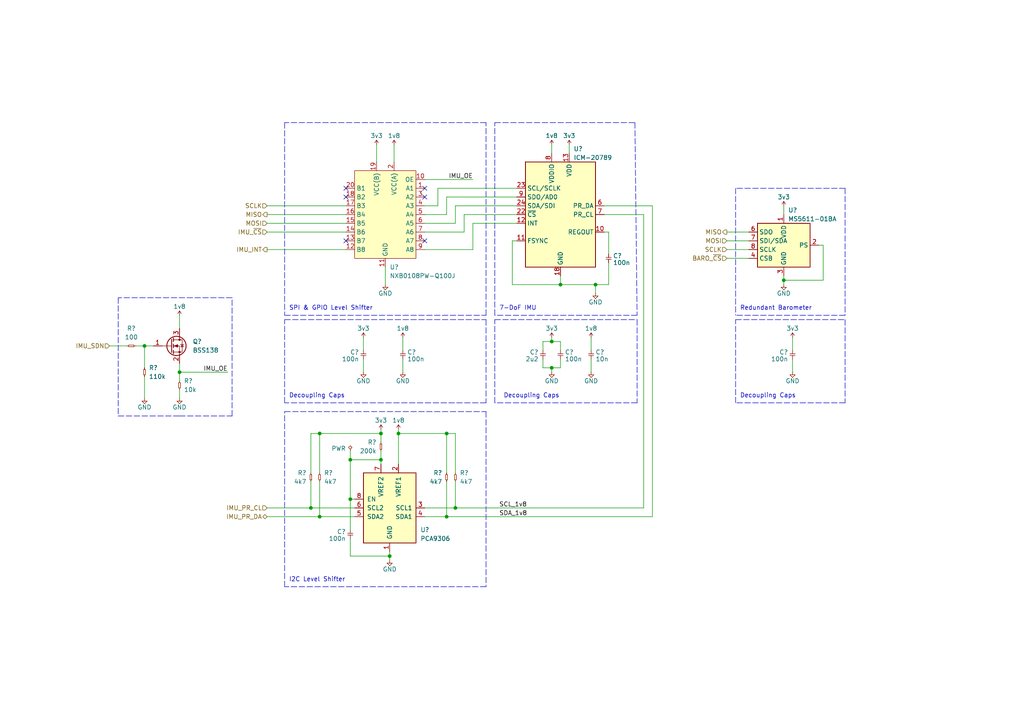
<source format=kicad_sch>
(kicad_sch (version 20211123) (generator eeschema)
  (paper "A4")
  (title_block (title "Lychee Flight Computer") (date "2021-12-31") (rev "1") (company "Cambridge University Spaceflight") (comment 1 "Drawn By H. Franks"))
  (lib_symbols
    (symbol "Strix:1v8" (power) (pin_numbers hide) (pin_names (offset 1.016) hide)
      (property "Value" "1v8" (at 0 2.286 0))
      (symbol "1v8_0_1"
        (polyline (pts (xy 0 1.27) (xy 0.508 0.508)))
        (polyline (pts (xy 0 0) (xy 0 1.27) (xy -0.508 0.508)))
      )
      (symbol "1v8_1_1"
        (pin power_in line (at 0 0 180) (length 0) hide (name "1v8") (number "1"))
      )
    )
    (symbol "Strix:3v3" (power) (pin_numbers hide) (pin_names (offset 1.016) hide)
      (property "Value" "3v3" (at 0 2.286 0))
      (symbol "3v3_0_1"
        (polyline (pts (xy 0 1.27) (xy 0.508 0.508)))
        (polyline (pts (xy 0 0) (xy 0 1.27) (xy -0.508 0.508)))
      )
      (symbol "3v3_1_1"
        (pin power_in line (at 0 0 180) (length 0) hide (name "3v3") (number "1"))
      )
    )
    (symbol "Strix:BSS138" (pin_names hide)
      (property "Reference" "Q" (at 5.08 1.905 0))
      (property "Value" "BSS138" (at 5.08 0 0))
      (symbol "BSS138_0_1"
        (polyline (pts (xy 0.254 0) (xy -2.54 0)))
        (polyline (pts (xy 0.254 1.905) (xy 0.254 -1.905)) (stroke (width 0.254)))
        (polyline (pts (xy 0.762 -1.27) (xy 0.762 -2.286)) (stroke (width 0.254)))
        (polyline (pts (xy 0.762 0.508) (xy 0.762 -0.508)) (stroke (width 0.254)))
        (polyline (pts (xy 0.762 2.286) (xy 0.762 1.27)) (stroke (width 0.254)))
        (polyline (pts (xy 2.54 2.54) (xy 2.54 1.778)))
        (polyline (pts (xy 2.54 -2.54) (xy 2.54 0) (xy 0.762 0)))
        (polyline (pts (xy 0.762 -1.778) (xy 3.302 -1.778) (xy 3.302 1.778) (xy 0.762 1.778)))
        (polyline (pts (xy 1.016 0) (xy 2.032 0.381) (xy 2.032 -0.381) (xy 1.016 0)) (fill (type outline)))
        (polyline (pts (xy 2.794 0.508) (xy 2.921 0.381) (xy 3.683 0.381) (xy 3.81 0.254)))
        (polyline (pts (xy 3.302 0.381) (xy 2.921 -0.254) (xy 3.683 -0.254) (xy 3.302 0.381)))
        (circle (center 1.651 0) (radius 2.794) (stroke (width 0.254)))
        (circle (center 2.54 -1.778) (radius 0.254) (fill (type outline)))
        (circle (center 2.54 1.778) (radius 0.254) (fill (type outline)))
      )
      (symbol "BSS138_1_1"
        (pin input line (at -5.08 0 0) (length 2.54) (name "G") (number "1"))
        (pin passive line (at 2.54 -5.08 90) (length 2.54) (name "S") (number "2"))
        (pin passive line (at 2.54 5.08 270) (length 2.54) (name "D") (number "3"))
      )
    )
    (symbol "Strix:C" (pin_numbers hide) (pin_names (offset 1.016) hide)
      (property "Reference" "C" (at 1.27 1.778 0))
      (property "Value" "C" (at 1.27 -1.778 0))
      (symbol "C_0_1"
        (polyline (pts (xy 1.016 0.762) (xy 1.016 -0.762)))
        (polyline (pts (xy 1.524 0.762) (xy 1.524 -0.762)))
      )
      (symbol "C_1_1"
        (pin passive line (at 0 0 0) (length 1.016) (name "~") (number "1"))
        (pin passive line (at 2.54 0 180) (length 1.016) (name "~") (number "2"))
      )
    )
    (symbol "Strix:GND" (power) (pin_numbers hide) (pin_names (offset 1.016) hide)
      (property "Value" "GND" (at 0 -2.54 0))
      (symbol "GND_0_1"
        (polyline (pts (xy 0 0) (xy 0 -0.762)))
        (polyline (pts (xy -0.762 -0.762) (xy 0.762 -0.762) (xy 0 -1.524) (xy -0.762 -0.762)) (fill (type background)))
      )
      (symbol "GND_1_1"
        (pin power_in line (at 0 0 180) (length 0) hide (name "GND") (number "1"))
      )
    )
    (symbol "Strix:ICM-20789"
      (property "Reference" "U" (at 11.43 16.51 0))
      (property "Value" "ICM-20789" (at 11.43 13.97 0))
      (symbol "ICM-20789_0_1"
        (rectangle (start -10.16 15.24) (end 10.16 -15.24) (stroke (width 0.254)) (fill (type background)))
      )
      (symbol "ICM-20789_1_1"
        (pin no_connect line (at -12.7 12.7 0) (length 2.54) hide (name "NC") (number "1"))
        (pin passive line (at 12.7 -5.08 180) (length 2.54) (name "REGOUT") (number "10"))
        (pin input line (at -12.7 -7.62 0) (length 2.54) (name "FSYNC") (number "11"))
        (pin output line (at -12.7 -2.54 0) (length 2.54) (name "INT") (number "12"))
        (pin power_in line (at 2.54 17.78 270) (length 2.54) (name "VDD") (number "13"))
        (pin no_connect line (at 12.7 10.16 180) (length 2.54) hide (name "NC") (number "14"))
        (pin no_connect line (at 12.7 7.62 180) (length 2.54) hide (name "NC") (number "15"))
        (pin no_connect line (at 12.7 -7.62 180) (length 2.54) hide (name "NC") (number "16"))
        (pin no_connect line (at 12.7 -10.16 180) (length 2.54) hide (name "NC") (number "17"))
        (pin power_in line (at 0 -17.78 90) (length 2.54) (name "GND") (number "18"))
        (pin no_connect line (at 12.7 -12.7 180) (length 2.54) hide (name "NC") (number "19"))
        (pin no_connect line (at -12.7 10.16 0) (length 2.54) hide (name "NC") (number "2"))
        (pin no_connect line (at 0 -17.78 90) (length 2.54) hide (name "NC") (number "20"))
        (pin no_connect line (at 12.7 5.08 180) (length 2.54) hide (name "NC") (number "21"))
        (pin input line (at -12.7 0 0) (length 2.54) (name "~{CS}") (number "22"))
        (pin input line (at -12.7 7.62 0) (length 2.54) (name "SCL/SCLK") (number "23"))
        (pin bidirectional line (at -12.7 2.54 0) (length 2.54) (name "SDA/SDI") (number "24"))
        (pin no_connect line (at -12.7 -5.08 0) (length 2.54) hide (name "NC") (number "3"))
        (pin no_connect line (at -12.7 -10.16 0) (length 2.54) hide (name "NC") (number "4"))
        (pin no_connect line (at -12.7 -12.7 0) (length 2.54) hide (name "NC") (number "5"))
        (pin bidirectional line (at 12.7 2.54 180) (length 2.54) (name "PR_DA") (number "6"))
        (pin input line (at 12.7 0 180) (length 2.54) (name "PR_CL") (number "7"))
        (pin power_in line (at -2.54 17.78 270) (length 2.54) (name "VDDIO") (number "8"))
        (pin bidirectional line (at -12.7 5.08 0) (length 2.54) (name "SDO/AD0") (number "9"))
      )
    )
    (symbol "Strix:MS5611-01BA"
      (property "Reference" "U" (at -6.35 7.62 0))
      (property "Value" "MS5611-01BA" (at 7.62 7.62 0))
      (symbol "MS5611-01BA_0_1"
        (rectangle (start -7.62 6.35) (end 7.62 -6.35) (stroke (width 0.254)) (fill (type background)))
      )
      (symbol "MS5611-01BA_1_1"
        (pin power_in line (at 0 8.89 270) (length 2.54) (name "VDD") (number "1"))
        (pin input line (at 10.16 0 180) (length 2.54) (name "PS") (number "2"))
        (pin power_in line (at 0 -8.89 90) (length 2.54) (name "GND") (number "3"))
        (pin input line (at -10.16 -3.81 0) (length 2.54) (name "CSB") (number "4"))
        (pin input line (at -10.16 -3.81 0) (length 2.54) hide (name "CSB") (number "5"))
        (pin output line (at -10.16 3.81 0) (length 2.54) (name "SDO") (number "6"))
        (pin bidirectional line (at -10.16 1.27 0) (length 2.54) (name "SDI/SDA") (number "7"))
        (pin input line (at -10.16 -1.27 0) (length 2.54) (name "SCLK") (number "8"))
      )
    )
    (symbol "Strix:NXB0108PW-Q100J"
      (property "Reference" "U" (at 5.08 13.97 0))
      (property "Value" "NXB0108PW-Q100J" (at 5.08 11.43 0))
      (symbol "NXB0108PW-Q100J_0_0"
        (pin bidirectional line (at -11.43 7.62 0) (length 2.54) (name "A1") (number "1"))
        (pin input line (at -11.43 10.16 0) (length 2.54) (name "OE") (number "10"))
        (pin power_in line (at 0 -15.24 90) (length 2.54) (name "GND") (number "11"))
        (pin bidirectional line (at 11.43 -10.16 180) (length 2.54) (name "B8") (number "12"))
        (pin bidirectional line (at 11.43 -7.62 180) (length 2.54) (name "B7") (number "13"))
        (pin bidirectional line (at 11.43 -5.08 180) (length 2.54) (name "B6") (number "14"))
        (pin bidirectional line (at 11.43 -2.54 180) (length 2.54) (name "B5") (number "15"))
        (pin bidirectional line (at 11.43 0 180) (length 2.54) (name "B4") (number "16"))
        (pin bidirectional line (at 11.43 2.54 180) (length 2.54) (name "B3") (number "17"))
        (pin bidirectional line (at 11.43 5.08 180) (length 2.54) (name "B2") (number "18"))
        (pin power_in line (at 2.54 15.24 270) (length 2.54) (name "VCC(B)") (number "19"))
        (pin power_in line (at -2.54 15.24 270) (length 2.54) (name "VCC(A)") (number "2"))
        (pin bidirectional line (at 11.43 7.62 180) (length 2.54) (name "B1") (number "20"))
        (pin bidirectional line (at -11.43 5.08 0) (length 2.54) (name "A2") (number "3"))
        (pin bidirectional line (at -11.43 2.54 0) (length 2.54) (name "A3") (number "4"))
        (pin bidirectional line (at -11.43 0 0) (length 2.54) (name "A4") (number "5"))
        (pin bidirectional line (at -11.43 -2.54 0) (length 2.54) (name "A5") (number "6"))
        (pin bidirectional line (at -11.43 -5.08 0) (length 2.54) (name "A6") (number "7"))
        (pin bidirectional line (at -11.43 -7.62 0) (length 2.54) (name "A7") (number "8"))
        (pin bidirectional line (at -11.43 -10.16 0) (length 2.54) (name "A8") (number "9"))
      )
      (symbol "NXB0108PW-Q100J_0_1"
        (rectangle (start -8.89 12.7) (end 8.89 -12.7) (fill (type background)))
      )
    )
    (symbol "Strix:PCA9306" (pin_names (offset 1.016))
      (property "Reference" "U" (at -7.62 11.43 0))
      (property "Value" "PCA9306" (at 5.08 11.43 0))
      (symbol "PCA9306_0_1"
        (rectangle (start -7.62 10.16) (end 7.62 -10.16) (stroke (width 0.254)) (fill (type background)))
      )
      (symbol "PCA9306_1_1"
        (pin power_in line (at 0 -12.7 90) (length 2.54) (name "GND") (number "1"))
        (pin power_in line (at -2.54 12.7 270) (length 2.54) (name "VREF1") (number "2"))
        (pin bidirectional line (at -10.16 0 0) (length 2.54) (name "SCL1") (number "3"))
        (pin bidirectional line (at -10.16 -2.54 0) (length 2.54) (name "SDA1") (number "4"))
        (pin bidirectional line (at 10.16 -2.54 180) (length 2.54) (name "SDA2") (number "5"))
        (pin bidirectional line (at 10.16 0 180) (length 2.54) (name "SCL2") (number "6"))
        (pin power_in line (at 2.54 12.7 270) (length 2.54) (name "VREF2") (number "7"))
        (pin input line (at 10.16 2.54 180) (length 2.54) (name "EN") (number "8"))
      )
    )
    (symbol "Strix:PWR" (power) (pin_numbers hide) (pin_names (offset 1.016) hide)
      (property "Value" "PWR" (at 0 2.286 0))
      (symbol "PWR_0_1"
        (polyline (pts (xy 0 0.508) (xy -0.508 1.016) (xy 0 1.524) (xy 0.508 1.016) (xy 0 0.508)) (fill (type background)))
      )
      (symbol "PWR_1_1"
        (pin power_out line (at 0 0 90) (length 0.508) (name "pwr") (number "1"))
      )
    )
    (symbol "Strix:R" (pin_numbers hide) (pin_names (offset 1.016) hide)
      (property "Reference" "R" (at 1.27 1.27 0))
      (property "Value" "R" (at 1.27 -1.27 0))
      (symbol "R_0_1"
        (rectangle (start 0.508 0.254) (end 2.032 -0.254) (fill (type background)))
      )
      (symbol "R_1_1"
        (pin passive line (at 0 0 0) (length 0.508) (name "~") (number "1"))
        (pin passive line (at 2.54 0 180) (length 0.508) (name "~") (number "2"))
      )
    )
  )
  (junction (at 132.08 147.32))
  (junction (at 129.54 125.73))
  (junction (at 90.17 147.32))
  (junction (at 92.71 125.73))
  (junction (at 172.72 82.55))
  (junction (at 101.6 144.78))
  (junction (at 129.54 149.86))
  (junction (at 160.02 99.06))
  (junction (at 101.6 133.35))
  (junction (at 227.33 81.28))
  (junction (at 110.49 125.73))
  (junction (at 52.07 107.95))
  (junction (at 160.02 106.68))
  (junction (at 115.57 125.73))
  (junction (at 41.91 100.33))
  (junction (at 110.49 133.35))
  (junction (at 113.03 161.29))
  (junction (at 92.71 149.86))
  (junction (at 162.56 82.55))
  (no_connect (at 123.19 69.85))
  (no_connect (at 123.19 54.61))
  (no_connect (at 100.33 54.61))
  (no_connect (at 100.33 57.15))
  (no_connect (at 100.33 69.85))
  (no_connect (at 123.19 57.15))
  (wire (pts (xy 132.08 125.73) (xy 129.54 125.73)))
  (wire (pts (xy 41.91 100.33) (xy 44.45 100.33)))
  (wire (pts (xy 116.84 104.14) (xy 116.84 107.95)))
  (wire (pts (xy 165.1 44.45) (xy 165.1 41.91)))
  (polyline (pts (xy 184.785 91.44) (xy 143.51 91.44)))
  (polyline (pts (xy 245.11 91.44) (xy 213.36 91.44)))
  (wire (pts (xy 116.84 97.79) (xy 116.84 101.6)))
  (polyline (pts (xy 143.51 35.56) (xy 184.15 35.56)))
  (polyline (pts (xy 34.29 86.36) (xy 34.29 120.65)))
  (wire (pts (xy 77.47 59.69) (xy 100.33 59.69)))
  (wire (pts (xy 134.62 62.23) (xy 149.86 62.23)))
  (wire (pts (xy 123.19 64.77) (xy 132.08 64.77)))
  (wire (pts (xy 101.6 133.35) (xy 101.6 144.78)))
  (wire (pts (xy 160.02 106.68) (xy 160.02 107.95)))
  (polyline (pts (xy 52.07 120.65) (xy 67.31 120.65)))
  (wire (pts (xy 132.08 147.32) (xy 186.69 147.32)))
  (wire (pts (xy 227.33 81.28) (xy 238.76 81.28)))
  (wire (pts (xy 115.57 125.73) (xy 115.57 134.62)))
  (wire (pts (xy 162.56 82.55) (xy 172.72 82.55)))
  (wire (pts (xy 210.82 69.85) (xy 217.17 69.85)))
  (wire (pts (xy 123.19 67.31) (xy 134.62 67.31)))
  (wire (pts (xy 41.91 100.33) (xy 41.91 106.68)))
  (wire (pts (xy 137.16 64.77) (xy 149.86 64.77)))
  (wire (pts (xy 92.71 125.73) (xy 110.49 125.73)))
  (wire (pts (xy 110.49 133.35) (xy 101.6 133.35)))
  (polyline (pts (xy 245.11 54.61) (xy 213.36 54.61)))
  (polyline (pts (xy 140.97 35.56) (xy 82.55 35.56)))
  (wire (pts (xy 111.76 77.47) (xy 111.76 82.55)))
  (polyline (pts (xy 184.785 92.71) (xy 184.785 116.84)))
  (polyline (pts (xy 82.55 119.38) (xy 140.97 119.38)))
  (wire (pts (xy 77.47 149.86) (xy 92.71 149.86)))
  (wire (pts (xy 101.6 156.21) (xy 101.6 161.29)))
  (wire (pts (xy 171.45 97.79) (xy 171.45 101.6)))
  (wire (pts (xy 132.08 137.16) (xy 132.08 125.73)))
  (wire (pts (xy 101.6 144.78) (xy 102.87 144.78)))
  (wire (pts (xy 52.07 113.03) (xy 52.07 115.57)))
  (polyline (pts (xy 245.11 92.71) (xy 245.11 116.84)))
  (wire (pts (xy 229.87 104.14) (xy 229.87 107.95)))
  (wire (pts (xy 114.3 41.91) (xy 114.3 46.99)))
  (wire (pts (xy 101.6 144.78) (xy 101.6 153.67)))
  (polyline (pts (xy 213.36 116.84) (xy 213.36 92.71)))
  (wire (pts (xy 160.02 106.68) (xy 162.56 106.68)))
  (polyline (pts (xy 34.29 120.65) (xy 52.07 120.65)))
  (wire (pts (xy 31.75 100.33) (xy 36.83 100.33)))
  (wire (pts (xy 172.72 82.55) (xy 176.53 82.55)))
  (wire (pts (xy 77.47 147.32) (xy 90.17 147.32)))
  (wire (pts (xy 229.87 97.79) (xy 229.87 101.6)))
  (wire (pts (xy 227.33 81.28) (xy 227.33 82.55)))
  (polyline (pts (xy 140.97 170.18) (xy 82.55 170.18)))
  (wire (pts (xy 148.59 69.85) (xy 149.86 69.85)))
  (wire (pts (xy 132.08 139.7) (xy 132.08 147.32)))
  (wire (pts (xy 129.54 125.73) (xy 129.54 137.16)))
  (polyline (pts (xy 82.55 170.18) (xy 82.55 119.38)))
  (wire (pts (xy 162.56 99.06) (xy 162.56 101.6)))
  (wire (pts (xy 186.69 62.23) (xy 186.69 147.32)))
  (polyline (pts (xy 213.36 54.61) (xy 213.36 91.44)))
  (wire (pts (xy 52.07 91.44) (xy 52.07 95.25)))
  (wire (pts (xy 90.17 147.32) (xy 102.87 147.32)))
  (wire (pts (xy 176.53 76.2) (xy 176.53 82.55)))
  (wire (pts (xy 110.49 124.46) (xy 110.49 125.73)))
  (wire (pts (xy 109.22 41.91) (xy 109.22 46.99)))
  (wire (pts (xy 105.41 104.14) (xy 105.41 107.95)))
  (wire (pts (xy 66.04 107.95) (xy 52.07 107.95)))
  (wire (pts (xy 189.23 149.86) (xy 189.23 59.69)))
  (polyline (pts (xy 245.11 54.61) (xy 245.11 91.44)))
  (wire (pts (xy 227.33 62.23) (xy 227.33 59.69)))
  (polyline (pts (xy 82.55 35.56) (xy 82.55 91.44)))
  (wire (pts (xy 92.71 149.86) (xy 102.87 149.86)))
  (wire (pts (xy 113.03 160.02) (xy 113.03 161.29)))
  (wire (pts (xy 129.54 139.7) (xy 129.54 149.86)))
  (wire (pts (xy 175.26 59.69) (xy 189.23 59.69)))
  (wire (pts (xy 90.17 137.16) (xy 90.17 125.73)))
  (wire (pts (xy 115.57 124.46) (xy 115.57 125.73)))
  (wire (pts (xy 175.26 62.23) (xy 186.69 62.23)))
  (wire (pts (xy 41.91 109.22) (xy 41.91 115.57)))
  (wire (pts (xy 160.02 44.45) (xy 160.02 41.91)))
  (wire (pts (xy 210.82 72.39) (xy 217.17 72.39)))
  (wire (pts (xy 157.48 99.06) (xy 160.02 99.06)))
  (polyline (pts (xy 82.55 91.44) (xy 140.97 91.44)))
  (polyline (pts (xy 245.11 116.84) (xy 213.36 116.84)))
  (wire (pts (xy 115.57 125.73) (xy 129.54 125.73)))
  (wire (pts (xy 148.59 69.85) (xy 148.59 82.55)))
  (polyline (pts (xy 143.51 91.44) (xy 143.51 35.56)))
  (polyline (pts (xy 143.51 92.71) (xy 184.785 92.71)))
  (wire (pts (xy 110.49 128.27) (xy 110.49 125.73)))
  (wire (pts (xy 238.76 71.12) (xy 238.76 81.28)))
  (wire (pts (xy 129.54 149.86) (xy 189.23 149.86)))
  (polyline (pts (xy 213.36 92.71) (xy 245.11 92.71)))
  (wire (pts (xy 92.71 139.7) (xy 92.71 149.86)))
  (polyline (pts (xy 82.55 116.84) (xy 82.55 92.71)))
  (wire (pts (xy 123.19 59.69) (xy 127 59.69)))
  (wire (pts (xy 162.56 80.01) (xy 162.56 82.55)))
  (wire (pts (xy 52.07 107.95) (xy 52.07 110.49)))
  (polyline (pts (xy 184.15 35.56) (xy 184.785 91.44)))
  (wire (pts (xy 149.86 54.61) (xy 127 54.61)))
  (wire (pts (xy 77.47 62.23) (xy 100.33 62.23)))
  (wire (pts (xy 127 54.61) (xy 127 59.69)))
  (wire (pts (xy 134.62 67.31) (xy 134.62 62.23)))
  (polyline (pts (xy 140.97 91.44) (xy 140.97 35.56)))
  (wire (pts (xy 129.54 62.23) (xy 129.54 57.15)))
  (wire (pts (xy 90.17 125.73) (xy 92.71 125.73)))
  (wire (pts (xy 157.48 99.06) (xy 157.48 101.6)))
  (wire (pts (xy 162.56 104.14) (xy 162.56 106.68)))
  (polyline (pts (xy 82.55 92.71) (xy 140.97 92.71)))
  (wire (pts (xy 227.33 80.01) (xy 227.33 81.28)))
  (wire (pts (xy 160.02 97.79) (xy 160.02 99.06)))
  (wire (pts (xy 157.48 106.68) (xy 160.02 106.68)))
  (wire (pts (xy 160.02 99.06) (xy 162.56 99.06)))
  (polyline (pts (xy 143.51 116.84) (xy 143.51 92.71)))
  (polyline (pts (xy 67.31 120.65) (xy 67.31 86.36)))
  (wire (pts (xy 172.72 82.55) (xy 172.72 85.09)))
  (wire (pts (xy 39.37 100.33) (xy 41.91 100.33)))
  (wire (pts (xy 77.47 72.39) (xy 100.33 72.39)))
  (wire (pts (xy 77.47 64.77) (xy 100.33 64.77)))
  (polyline (pts (xy 140.97 116.84) (xy 82.55 116.84)))
  (wire (pts (xy 175.26 67.31) (xy 176.53 67.31)))
  (wire (pts (xy 176.53 67.31) (xy 176.53 73.66)))
  (wire (pts (xy 129.54 57.15) (xy 149.86 57.15)))
  (wire (pts (xy 210.82 67.31) (xy 217.17 67.31)))
  (wire (pts (xy 110.49 130.81) (xy 110.49 133.35)))
  (wire (pts (xy 110.49 133.35) (xy 110.49 134.62)))
  (wire (pts (xy 137.16 72.39) (xy 137.16 64.77)))
  (wire (pts (xy 148.59 82.55) (xy 162.56 82.55)))
  (wire (pts (xy 101.6 130.81) (xy 101.6 133.35)))
  (wire (pts (xy 238.76 71.12) (xy 237.49 71.12)))
  (wire (pts (xy 90.17 139.7) (xy 90.17 147.32)))
  (polyline (pts (xy 140.97 92.71) (xy 140.97 116.84)))
  (wire (pts (xy 132.08 59.69) (xy 149.86 59.69)))
  (wire (pts (xy 77.47 67.31) (xy 100.33 67.31)))
  (wire (pts (xy 123.19 149.86) (xy 129.54 149.86)))
  (polyline (pts (xy 67.31 86.36) (xy 34.29 86.36)))
  (wire (pts (xy 123.19 52.07) (xy 137.16 52.07)))
  (wire (pts (xy 157.48 104.14) (xy 157.48 106.68)))
  (wire (pts (xy 123.19 72.39) (xy 137.16 72.39)))
  (wire (pts (xy 113.03 161.29) (xy 113.03 162.56)))
  (wire (pts (xy 210.82 74.93) (xy 217.17 74.93)))
  (wire (pts (xy 52.07 105.41) (xy 52.07 107.95)))
  (wire (pts (xy 123.19 147.32) (xy 132.08 147.32)))
  (polyline (pts (xy 184.785 116.84) (xy 143.51 116.84)))
  (wire (pts (xy 171.45 104.14) (xy 171.45 107.95)))
  (wire (pts (xy 132.08 64.77) (xy 132.08 59.69)))
  (wire (pts (xy 101.6 161.29) (xy 113.03 161.29)))
  (wire (pts (xy 123.19 62.23) (xy 129.54 62.23)))
  (polyline (pts (xy 140.97 119.38) (xy 140.97 170.18)))
  (wire (pts (xy 105.41 97.79) (xy 105.41 101.6)))
  (wire (pts (xy 92.71 125.73) (xy 92.71 137.16)))
  (text "Decoupling Caps" (at 214.63 115.57 0) (effects (font (size 1.27 1.27)) (justify left bottom)))
  (text "Redundant Barometer" (at 214.63 90.17 0) (effects (font (size 1.27 1.27)) (justify left bottom)))
  (text "SPI & GPIO Level Shifter" (at 83.82 90.17 0) (effects (font (size 1.27 1.27)) (justify left bottom)))
  (text "Decoupling Caps" (at 146.05 115.57 0) (effects (font (size 1.27 1.27)) (justify left bottom)))
  (text "I2C Level Shifter" (at 83.82 168.91 0) (effects (font (size 1.27 1.27)) (justify left bottom)))
  (text "7-DoF IMU" (at 144.78 90.17 0) (effects (font (size 1.27 1.27)) (justify left bottom)))
  (text "Decoupling Caps" (at 83.82 115.57 0) (effects (font (size 1.27 1.27)) (justify left bottom)))
  (label "IMU_OE" (at 66.04 107.95 180))
  (label "SDA_1v8" (at 144.78 149.86 0))
  (label "IMU_OE" (at 137.16 52.07 180))
  (label "SCL_1v8" (at 144.78 147.32 0))
  (hierarchical_label "IMU_INT" (shape output) (at 77.47 72.39 180))
  (hierarchical_label "SCLK" (shape input) (at 210.82 72.39 180))
  (hierarchical_label "MOSI" (shape input) (at 210.82 69.85 180))
  (hierarchical_label "BARO_~{CS}" (shape input) (at 210.82 74.93 180))
  (hierarchical_label "IMU_SDN" (shape input) (at 31.75 100.33 180))
  (hierarchical_label "IMU_PR_CL" (shape input) (at 77.47 147.32 180))
  (hierarchical_label "MOSI" (shape input) (at 77.47 64.77 180))
  (hierarchical_label "IMU_PR_DA" (shape bidirectional) (at 77.47 149.86 180))
  (hierarchical_label "MISO" (shape output) (at 210.82 67.31 180))
  (hierarchical_label "MISO" (shape output) (at 77.47 62.23 180))
  (hierarchical_label "IMU_~{CS}" (shape input) (at 77.47 67.31 180))
  (hierarchical_label "SCLK" (shape input) (at 77.47 59.69 180))
  (symbol (lib_id "Strix:GND") (at 227.33 82.55 0) (unit 1)
    (property "Reference" "#PWR?" (effects hide))
    (property "Value" "GND" (at 227.33 85.09 0))
  )
  (symbol (lib_id "Strix:3v3") (at 227.33 59.69 0) (unit 1)
    (property "Reference" "#PWR?" (effects hide))
    (property "Value" "3v3" (at 227.33 57.15 0))
  )
  (symbol (lib_id "Strix:1v8") (at 160.02 41.91 0) (unit 1)
    (property "Reference" "#PWR?" (effects hide))
    (property "Value" "1v8" (at 160.02 39.37 0))
  )
  (symbol (lib_id "Strix:3v3") (at 165.1 41.91 0) (unit 1)
    (property "Reference" "#PWR?" (effects hide))
    (property "Value" "3v3" (at 165.1 39.37 0))
  )
  (symbol (lib_id "Strix:GND") (at 172.72 85.09 0) (unit 1)
    (property "Reference" "#PWR?" (effects hide))
    (property "Value" "GND" (at 172.72 87.63 0))
  )
  (symbol (lib_id "Strix:3v3") (at 109.22 41.91 0) (unit 1)
    (property "Reference" "#PWR?" (effects hide))
    (property "Value" "3v3" (at 109.22 39.37 0))
  )
  (symbol (lib_id "Strix:R") (at 41.91 109.22 90) (unit 1)
    (property "Reference" "R?" (at 43.18 106.6799 90) (effects (justify right)))
    (property "Value" "110k" (at 43.18 109.2199 90) (effects (justify right)))
  )
  (symbol (lib_id "Strix:R") (at 129.54 139.7 90) (unit 1)
    (property "Reference" "R?" (at 128.27 137.16 90) (effects (justify left)))
    (property "Value" "4k7" (at 128.27 139.7 90) (effects (justify left)))
    (property "Footprint" "Strix:R_0402" (effects hide))
    (property "Farnell" "2447187" (effects hide))
  )
  (symbol (lib_id "Strix:C") (at 176.53 76.2 90) (unit 1)
    (property "Reference" "C?" (at 177.8 74.93 90) (effects (justify right top)))
    (property "Value" "100n" (at 177.8 76.2 90) (effects (justify right)))
    (property "Footprint" "Strix:C_0402" (effects hide))
    (property "Farnell" "9402047" (effects hide))
  )
  (symbol (lib_id "Strix:C") (at 105.41 104.14 270) (mirror x) (unit 1)
    (property "Reference" "C?" (at 104.14 102.87 90) (effects (justify right top)))
    (property "Value" "100n" (at 104.14 104.14 90) (effects (justify right)))
    (property "Footprint" "Strix:C_0402" (effects hide))
    (property "Farnell" "9402047" (effects hide))
  )
  (symbol (lib_id "Strix:1v8") (at 52.07 91.44 0) (mirror y) (unit 1)
    (property "Reference" "#PWR?" (effects hide))
    (property "Value" "1v8" (at 52.07 88.9 0))
  )
  (symbol (lib_id "Strix:PCA9306") (at 113.03 147.32 0) (mirror y) (unit 1)
    (property "Reference" "U?" (at 121.92 153.67 0) (effects (justify right)))
    (property "Value" "PCA9306" (at 121.92 156.21 0) (effects (justify right)))
    (property "Footprint" "Strix:PCA9306" (effects hide))
    (property "Datasheet" "http://www.ti.com/lit/ds/symlink/pca9306.pdf" (effects hide))
    (property "Farnell" "2845091" (effects hide))
  )
  (symbol (lib_id "Strix:1v8") (at 116.84 97.79 0) (unit 1)
    (property "Reference" "#PWR?" (effects hide))
    (property "Value" "1v8" (at 116.84 95.25 0))
  )
  (symbol (lib_id "Strix:BSS138") (at 49.53 100.33 0) (unit 1)
    (property "Reference" "Q?" (at 55.88 99.0599 0) (effects (justify left)))
    (property "Value" "BSS138" (at 55.88 101.5999 0) (effects (justify left)))
    (property "Footprint" "Strix:BSS138" (effects hide))
    (property "Datasheet" "https://www.onsemi.com/pub/Collateral/BSS138-D.PDF" (effects hide))
  )
  (symbol (lib_id "Strix:C") (at 162.56 104.14 90) (unit 1)
    (property "Reference" "C?" (at 163.83 102.87 90) (effects (justify right top)))
    (property "Value" "100n" (at 163.83 104.14 90) (effects (justify right)))
    (property "Footprint" "Strix:C_0402" (effects hide))
    (property "Farnell" "9402047" (effects hide))
  )
  (symbol (lib_id "Strix:C") (at 229.87 104.14 270) (mirror x) (unit 1)
    (property "Reference" "C?" (at 228.6 102.87 90) (effects (justify right top)))
    (property "Value" "100n" (at 228.6 104.14 90) (effects (justify right)))
    (property "Footprint" "Strix:C_0402" (effects hide))
    (property "Farnell" "9402047" (effects hide))
  )
  (symbol (lib_id "Strix:GND") (at 113.03 162.56 0) (unit 1)
    (property "Reference" "#PWR?" (effects hide))
    (property "Value" "GND" (at 113.03 165.1 0))
  )
  (symbol (lib_id "Strix:R") (at 132.08 139.7 270) (mirror x) (unit 1)
    (property "Reference" "R?" (at 133.35 137.16 90) (effects (justify left)))
    (property "Value" "4k7" (at 133.35 139.7 90) (effects (justify left)))
    (property "Footprint" "Strix:R_0402" (effects hide))
    (property "Farnell" "2447187" (effects hide))
  )
  (symbol (lib_id "Strix:3v3") (at 160.02 97.79 0) (unit 1)
    (property "Reference" "#PWR?" (effects hide))
    (property "Value" "3v3" (at 160.02 95.25 0))
  )
  (symbol (lib_id "Strix:3v3") (at 105.41 97.79 0) (unit 1)
    (property "Reference" "#PWR?" (effects hide))
    (property "Value" "3v3" (at 105.41 95.25 0))
  )
  (symbol (lib_id "Strix:C") (at 101.6 156.21 270) (mirror x) (unit 1)
    (property "Reference" "C?" (at 100.33 154.94 90) (effects (justify right top)))
    (property "Value" "100n" (at 100.33 156.21 90) (effects (justify right)))
    (property "Footprint" "Strix:C_0402" (effects hide))
    (property "Farnell" "9402047" (effects hide))
  )
  (symbol (lib_id "Strix:GND") (at 160.02 107.95 0) (mirror y) (unit 1)
    (property "Reference" "#PWR?" (effects hide))
    (property "Value" "GND" (at 160.02 110.49 0))
  )
  (symbol (lib_id "Strix:GND") (at 52.07 115.57 0) (mirror y) (unit 1)
    (property "Reference" "#PWR?" (effects hide))
    (property "Value" "GND" (at 52.07 118.11 0))
  )
  (symbol (lib_id "Strix:C") (at 157.48 104.14 270) (mirror x) (unit 1)
    (property "Reference" "C?" (at 156.21 102.87 90) (effects (justify right top)))
    (property "Value" "2u2" (at 156.21 104.14 90) (effects (justify right)))
    (property "Footprint" "Strix:C_0402" (effects hide))
    (property "Farnell" "2672111" (effects hide))
  )
  (symbol (lib_id "Strix:NXB0108PW-Q100J") (at 111.76 62.23 0) (mirror y) (unit 1)
    (property "Reference" "U?" (at 113.03 77.47 0) (effects (justify right)))
    (property "Value" "NXB0108PW-Q100J" (at 113.03 80.01 0) (effects (justify right)))
    (property "Footprint" "Strix:NXB0108PW-Q100J" (effects hide))
    (property "Farnell" "3585605" (effects hide))
  )
  (symbol (lib_id "Strix:R") (at 36.83 100.33 0) (unit 1)
    (property "Reference" "R?" (at 38.1 95.25 0))
    (property "Value" "100" (at 38.1 97.79 0))
  )
  (symbol (lib_id "Strix:1v8") (at 114.3 41.91 0) (unit 1)
    (property "Reference" "#PWR?" (effects hide))
    (property "Value" "1v8" (at 114.3 39.37 0))
  )
  (symbol (lib_id "Strix:ICM-20789") (at 162.56 62.23 0) (unit 1)
    (property "Reference" "U?" (at 166.37 43.18 0) (effects (justify left)))
    (property "Value" "ICM-20789" (at 166.37 45.72 0) (effects (justify left)))
    (property "Footprint" "Strix:ICM-20789" (effects hide))
    (property "Datasheet" "https://3cfeqx1hf82y3xcoull08ihx-wpengine.netdna-ssl.com/wp-content/uploads/2017/10/DS-000169-ICM-20789-TYP-v1.4.pdf" (effects hide))
  )
  (symbol (lib_id "Strix:C") (at 171.45 104.14 90) (unit 1)
    (property "Reference" "C?" (at 172.72 102.87 90) (effects (justify right top)))
    (property "Value" "10n" (at 172.72 104.14 90) (effects (justify right)))
    (property "Footprint" "Strix:C_0402" (effects hide))
    (property "Farnell" "1758924" (effects hide))
  )
  (symbol (lib_id "Strix:1v8") (at 115.57 124.46 0) (unit 1)
    (property "Reference" "#PWR?" (effects hide))
    (property "Value" "1v8" (at 115.57 121.92 0))
  )
  (symbol (lib_id "Strix:R") (at 52.07 113.03 90) (unit 1)
    (property "Reference" "R?" (at 53.34 110.4899 90) (effects (justify right)))
    (property "Value" "10k" (at 53.34 113.0299 90) (effects (justify right)))
  )
  (symbol (lib_id "Strix:GND") (at 171.45 107.95 0) (mirror y) (unit 1)
    (property "Reference" "#PWR?" (effects hide))
    (property "Value" "GND" (at 171.45 110.49 0))
  )
  (symbol (lib_id "Strix:1v8") (at 171.45 97.79 0) (unit 1)
    (property "Reference" "#PWR?" (effects hide))
    (property "Value" "1v8" (at 171.45 95.25 0))
  )
  (symbol (lib_id "Strix:C") (at 116.84 104.14 90) (unit 1)
    (property "Reference" "C?" (at 118.11 102.87 90) (effects (justify right top)))
    (property "Value" "100n" (at 118.11 104.14 90) (effects (justify right)))
    (property "Footprint" "Strix:C_0402" (effects hide))
    (property "Farnell" "9402047" (effects hide))
  )
  (symbol (lib_id "Strix:R") (at 92.71 139.7 270) (mirror x) (unit 1)
    (property "Reference" "R?" (at 93.98 137.16 90) (effects (justify left)))
    (property "Value" "4k7" (at 93.98 139.7 90) (effects (justify left)))
    (property "Footprint" "Strix:R_0402" (effects hide))
    (property "Farnell" "2447187" (effects hide))
  )
  (symbol (lib_id "Strix:GND") (at 105.41 107.95 0) (mirror y) (unit 1)
    (property "Reference" "#PWR?" (effects hide))
    (property "Value" "GND" (at 105.41 110.49 0))
  )
  (symbol (lib_id "Strix:R") (at 110.49 130.81 90) (unit 1)
    (property "Reference" "R?" (at 109.22 128.27 90) (effects (justify left)))
    (property "Value" "200k" (at 109.22 130.81 90) (effects (justify left)))
    (property "Footprint" "Strix:R_0402" (effects hide))
    (property "Farnell" "2059185" (effects hide))
  )
  (symbol (lib_id "Strix:3v3") (at 229.87 97.79 0) (unit 1)
    (property "Reference" "#PWR?" (effects hide))
    (property "Value" "3v3" (at 229.87 95.25 0))
  )
  (symbol (lib_id "Strix:PWR") (at 101.6 130.81 0) (unit 1)
    (property "Reference" "#FLG?" (effects hide))
    (property "Value" "PWR" (at 100.33 130.81 0) (effects (justify right bottom)))
  )
  (symbol (lib_id "Strix:R") (at 90.17 139.7 90) (unit 1)
    (property "Reference" "R?" (at 88.9 137.16 90) (effects (justify left)))
    (property "Value" "4k7" (at 88.9 139.7 90) (effects (justify left)))
    (property "Footprint" "Strix:R_0402" (effects hide))
    (property "Farnell" "2447187" (effects hide))
  )
  (symbol (lib_id "Strix:MS5611-01BA") (at 227.33 71.12 0) (unit 1)
    (property "Reference" "U?" (at 228.6 60.96 0) (effects (justify left)))
    (property "Value" "MS5611-01BA" (at 228.6 63.5 0) (effects (justify left)))
    (property "Footprint" "Strix:MS5611-01BA" (effects hide))
    (property "Datasheet" "https://www.te.com/commerce/DocumentDelivery/DDEController?Action=srchrtrv&DocNm=MS5611-01BA03&DocType=Data+Sheet&DocLang=English" (effects hide))
  )
  (symbol (lib_id "Strix:GND") (at 229.87 107.95 0) (mirror y) (unit 1)
    (property "Reference" "#PWR?" (effects hide))
    (property "Value" "GND" (at 229.87 110.49 0))
  )
  (symbol (lib_id "Strix:3v3") (at 110.49 124.46 0) (unit 1)
    (property "Reference" "#PWR?" (effects hide))
    (property "Value" "3v3" (at 110.49 121.92 0))
  )
  (symbol (lib_id "Strix:GND") (at 111.76 82.55 0) (mirror y) (unit 1)
    (property "Reference" "#PWR?" (effects hide))
    (property "Value" "GND" (at 111.76 85.09 0))
  )
  (symbol (lib_id "Strix:GND") (at 116.84 107.95 0) (mirror y) (unit 1)
    (property "Reference" "#PWR?" (effects hide))
    (property "Value" "GND" (at 116.84 110.49 0))
  )
  (symbol (lib_id "Strix:GND") (at 41.91 115.57 0) (mirror y) (unit 1)
    (property "Reference" "#PWR?" (effects hide))
    (property "Value" "GND" (at 41.91 118.11 0))
  )
)
</source>
